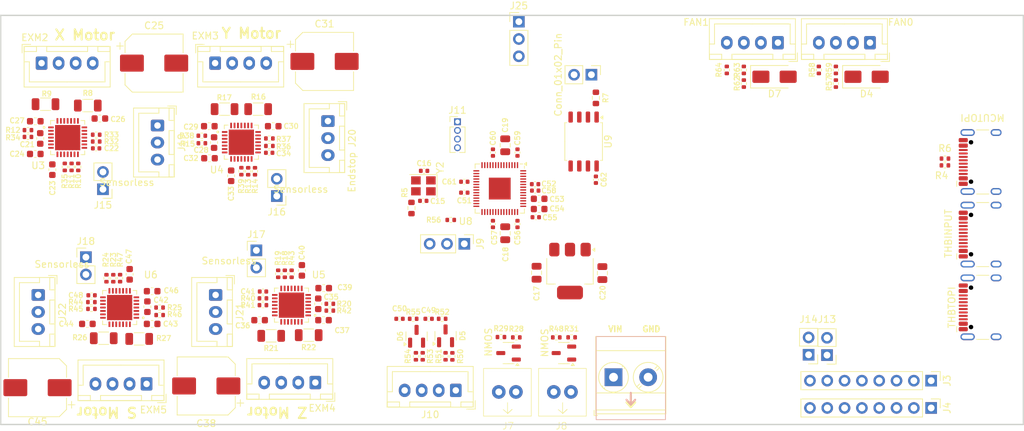
<source format=kicad_pcb>
(kicad_pcb (version 20241229) (generator "pcbnew") (generator_version "9.0")
  (layers (0 "F.Cu" signal) (2 "B.Cu" signal) (13 "F.Paste" user) (15 "B.Paste" user) (5 "F.SilkS" user "F.Silkscreen") (7 "B.SilkS" user "B.Silkscreen") (1 "F.Mask" user) (3 "B.Mask" user) (25 "Edge.Cuts" user))
  (net 0 "")
  (net 1 "Net-(U3-CPO)")
  (net 2 "Net-(U3-CPI)")
  (net 3 "GND")
  (net 4 "+5V")
  (net 5 "+24V")
  (net 6 "Net-(U3-VCP)")
  (net 7 "Net-(U4-CPI)")
  (net 8 "Net-(U4-CPO)")
  (net 9 "Net-(U4-VCP)")
  (net 10 "Net-(U5-CPI)")
  (net 11 "Net-(U5-CPO)")
  (net 12 "Net-(U5-VCP)")
  (net 13 "Net-(U6-CPO)")
  (net 14 "Net-(U6-CPI)")
  (net 15 "Net-(U6-VCP)")
  (net 16 "+3.3VADC")
  (net 17 "Net-(D5-K-Pad3)")
  (net 18 "Net-(D6-K-Pad3)")
  (net 19 "Net-(EXM2-Pin_4)")
  (net 20 "Net-(EXM2-Pin_1)")
  (net 21 "Net-(EXM2-Pin_2)")
  (net 22 "Net-(EXM2-Pin_3)")
  (net 23 "Net-(EXM3-Pin_3)")
  (net 24 "Net-(EXM3-Pin_1)")
  (net 25 "Net-(EXM3-Pin_4)")
  (net 26 "Net-(EXM3-Pin_2)")
  (net 27 "Net-(EXM4-Pin_1)")
  (net 28 "Net-(EXM4-Pin_4)")
  (net 29 "Net-(EXM4-Pin_2)")
  (net 30 "Net-(EXM4-Pin_3)")
  (net 31 "Net-(EXM5-Pin_4)")
  (net 32 "Net-(EXM5-Pin_3)")
  (net 33 "Net-(EXM5-Pin_2)")
  (net 34 "Net-(EXM5-Pin_1)")
  (net 35 "Net-(J7-Pin_2)")
  (net 36 "Net-(J8-Pin_2)")
  (net 37 "Net-(U3-BRA)")
  (net 38 "Net-(U3-BRB)")
  (net 39 "/Motors/UART")
  (net 40 "Net-(U3-CLK)")
  (net 41 "Net-(U3-~{EN})")
  (net 42 "+3V3")
  (net 43 "Net-(U4-CLK)")
  (net 44 "Net-(U4-~{EN})")
  (net 45 "Net-(U4-BRA)")
  (net 46 "Net-(U4-BRB)")
  (net 47 "Net-(U5-CLK)")
  (net 48 "Net-(U5-~{EN})")
  (net 49 "Net-(U5-BRA)")
  (net 50 "Net-(U5-BRB)")
  (net 51 "Net-(U6-CLK)")
  (net 52 "Net-(U6-~{EN})")
  (net 53 "Net-(U6-BRA)")
  (net 54 "Net-(U6-BRB)")
  (net 55 "Net-(U3-STEP)")
  (net 56 "/Motors/MX_STEP")
  (net 57 "Net-(U3-DIR)")
  (net 58 "/Motors/MX_DIR")
  (net 59 "/Motors/MX_EN")
  (net 60 "/Motors/MX_DIAG")
  (net 61 "Net-(J15-Pin_1)")
  (net 62 "Net-(U4-STEP)")
  (net 63 "/Motors/MY_STEP")
  (net 64 "Net-(U4-DIR)")
  (net 65 "/Motors/MY_DIR")
  (net 66 "/Motors/MY_EN")
  (net 67 "/Motors/MY_DIAG")
  (net 68 "Net-(J16-Pin_1)")
  (net 69 "Net-(U5-STEP)")
  (net 70 "/Motors/MZ_STEP")
  (net 71 "/Motors/MZ_DIR")
  (net 72 "Net-(U5-DIR)")
  (net 73 "/Motors/MZ_EN")
  (net 74 "Net-(J17-Pin_1)")
  (net 75 "/Motors/MZ_DIAG")
  (net 76 "Net-(U6-STEP)")
  (net 77 "/Motors/MS_STEP")
  (net 78 "/Motors/MS_DIR")
  (net 79 "Net-(U6-DIR)")
  (net 80 "/Motors/MS_EN")
  (net 81 "/Motors/MS_DIAG")
  (net 82 "Net-(J18-Pin_1)")
  (net 103 "Net-(J10-Pin_1)")
  (net 104 "Net-(J10-Pin_3)")
  (net 105 "Net-(R57-Pad2)")
  (net 106 "Net-(J6-Pin_4)")
  (net 107 "Net-(J6-Pin_3)")
  (net 108 "/fpc/HB_CT")
  (net 109 "/fpc/THM2")
  (net 110 "/fpc/THM1")
  (net 111 "Net-(J4-Pin_1)")
  (net 112 "Net-(J4-Pin_8)")
  (net 113 "Net-(J4-Pin_7)")
  (net 114 "Net-(J4-Pin_2)")
  (net 115 "Net-(J4-Pin_3)")
  (net 116 "Net-(J4-Pin_4)")
  (net 117 "Net-(J4-Pin_6)")
  (net 118 "Net-(J4-Pin_5)")
  (net 119 "GND3")
  (net 120 "Net-(C15-Pad2)")
  (net 121 "/mcu/XIN")
  (net 122 "VBUS")
  (net 123 "+1V1")
  (net 124 "Net-(J11-Pin_2)")
  (net 125 "Net-(J11-Pin_3)")
  (net 126 "Net-(J12-Pin_1)")
  (net 127 "Net-(U8-USB_DP)")
  (net 128 "/mcu/USB_D+")
  (net 129 "/mcu/XOUT")
  (net 130 "/mcu/USB_D-")
  (net 131 "Net-(U8-USB_DM)")
  (net 132 "/mcu/IO_CS")
  (net 133 "Net-(U8-RUN)")
  (net 134 "/mcu/G24")
  (net 135 "/mcu/IO2")
  (net 136 "/mcu/G23")
  (net 137 "/mcu/IO0")
  (net 138 "/mcu/G3")
  (net 139 "/mcu/IO_CLK")
  (net 140 "/mcu/IO1")
  (net 141 "/mcu/G27")
  (net 142 "/mcu/G2")
  (net 143 "/mcu/IO3")
  (net 144 "/mcu/G5")
  (net 145 "/mcu/G1")
  (net 146 "/mcu/GPIO0")
  (net 147 "/mcu/G26")
  (net 148 "/mcu/G25")
  (net 149 "Net-(J13-Pin_1)")
  (net 150 "Net-(J14-Pin_1)")
  (net 151 "/stuff/HE_S")
  (net 152 "/stuff/HB_S")
  (net 153 "Net-(J9-Pin_2)")
  (net 158 "Net-(P2-D-)")
  (net 159 "Net-(P2-CC)")
  (net 160 "Net-(P2-D+)")
  (net 165 "Net-(J15-Pin_2)")
  (net 166 "Net-(J16-Pin_2)")
  (net 167 "Net-(J17-Pin_2)")
  (net 168 "Net-(J18-Pin_2)")
  (net 169 "Net-(J24-Pin_3)")
  (net 170 "Net-(J24-Pin_4)")
  (net 171 "Net-(R62-Pad2)")
  (footprint "Crystal:Crystal_SMD_Abracon_ABM8AIG-4Pin_3.2x2.5mm" (layer "F.Cu") (at 92 55 180)
    (property "Reference" "Y2")
    (property "Value" "ABM8-272-T3" (hide yes))
  )
  (footprint "Resistor_SMD:R_0402_1005Metric" (layer "F.Cu") (at 111.489464 77.225914 180)
    (property "Reference" "R48")
    (property "Value" "20kR" (hide yes))
  )
  (footprint "Connector_JST:JST_XH_B4B-XH-A_1x04_P2.50mm_Vertical" (layer "F.Cu") (at 144 34 180)
    (property "Reference" "J24" (hide yes))
    (property "Value" "FAN1")
  )
  (footprint "Package_TO_SOT_SMD:SOT-23" (layer "F.Cu") (at 95.25 77 90)
    (property "Reference" "D5")
    (property "Value" "BAV99" (hide yes))
  )
  (footprint "Capacitor_SMD:C_0805_2012Metric" (layer "F.Cu") (at 118.25 67.795 90)
    (property "Reference" "C20")
    (property "Value" "10uF" (hide yes))
  )
  (footprint "Capacitor_SMD:C_0603_1608Metric" (layer "F.Cu") (at 69.975 46.25 180)
    (property "Reference" "C30")
    (property "Value" "100nF 50V" (hide yes))
  )
  (footprint "Package_TO_SOT_SMD:SOT-23" (layer "F.Cu") (at 91 77.0625 90)
    (property "Reference" "D6")
    (property "Value" "BAV99" (hide yes))
  )
  (footprint "Connector_PinHeader_2.54mm:PinHeader_1x02_P2.54mm_Vertical" (layer "F.Cu") (at 148.5 79.775 180)
    (property "Reference" "J14")
    (property "Value" "THM1JMP" (hide yes))
  )
  (footprint "Connector_JST:JST_XH_B4B-XH-A_1x04_P2.50mm_Vertical" (layer "F.Cu") (at 61.45 37)
    (property "Reference" "EXM3")
    (property "Value" "Conn_01x04" (hide yes))
  )
  (footprint "Resistor_SMD:R_0402_1005Metric" (layer "F.Cu") (at 168.5 51)
    (property "Reference" "R6")
    (property "Value" "27.4o" (hide yes))
  )
  (footprint "Resistor_SMD:R_0402_1005Metric" (layer "F.Cu") (at 94.75 74.5 180)
    (property "Reference" "R52")
    (property "Value" "2.37kR" (hide yes))
  )
  (footprint "Resistor_SMD:R_0402_1005Metric" (layer "F.Cu") (at 152.5 40 90)
    (property "Reference" "R57")
    (property "Value" "100R" (hide yes))
  )
  (footprint "Resistor_SMD:R_0603_1608Metric" (layer "F.Cu") (at 117.3 42.1 -90)
    (property "Reference" "R7")
    (property "Value" "1ko" (hide yes))
  )
  (footprint "Resistor_SMD:R_0402_1005Metric" (layer "F.Cu") (at 41.375 52.225 90)
    (property "Reference" "R10")
    (property "Value" "20kΩ" (hide yes))
  )
  (footprint "Package_TO_SOT_SMD:SOT-23-3" (layer "F.Cu") (at 104.486964 79.525914 180)
    (property "Reference" "Q1" (hide yes))
    (property "Value" "NMOS")
  )
  (footprint "Connector_JST:JST_XH_B4B-XH-A_1x04_P2.50mm_Vertical" (layer "F.Cu") (at 36 37)
    (property "Reference" "EXM2")
    (property "Value" "Conn_01x04" (hide yes))
  )
  (footprint "Connector_PinHeader_2.54mm:PinHeader_1x08_P2.54mm_Vertical" (layer "F.Cu") (at 166.475 87.575 -90)
    (property "Reference" "J4")
    (property "Value" "FPC1" (hide yes))
  )
  (footprint "Connector_PinHeader_2.54mm:PinHeader_1x03_P2.54mm_Vertical" (layer "F.Cu") (at 106 30.92)
    (property "Reference" "J25")
    (property "Value" "SPR_IO")
  )
  (footprint "Resistor_SMD:R_0402_1005Metric" (layer "F.Cu") (at 139 38 -90)
    (property "Reference" "R63")
    (property "Value" "100R" (hide yes))
  )
  (footprint "Resistor_SMD:R_0603_1608Metric" (layer "F.Cu") (at 90.25 58.25 -90)
    (property "Reference" "R5")
    (property "Value" "1k" (hide yes))
  )
  (footprint "Capacitor_SMD:C_0603_1608Metric" (layer "F.Cu") (at 61.3 48.65 90)
    (property "Reference" "C28")
    (property "Value" "22nF 50V" (hide yes))
  )
  (footprint "Resistor_SMD:R_1206_3216Metric" (layer "F.Cu") (at 36.575 43.025 180)
    (property "Reference" "R9")
    (property "Value" "100mΩ" (hide yes))
  )
  (footprint "Resistor_SMD:R_0402_1005Metric" (layer "F.Cu") (at 113.739464 77.215914)
    (property "Reference" "R31")
    (property "Value" "10R" (hide yes))
  )
  (footprint "Capacitor_SMD:C_0402_1005Metric" (layer "F.Cu") (at 92.77 74.5 180)
    (property "Reference" "C49")
    (property "Value" "100nF" (hide yes))
  )
  (footprint "Connector_PinHeader_2.54mm:PinHeader_1x02_P2.54mm_Vertical" (layer "F.Cu") (at 42.5 65.46)
    (property "Reference" "J18")
    (property "Value" "Sensorless")
  )
  (footprint "Connector_JST:JST_XH_B4B-XH-A_1x04_P2.50mm_Vertical" (layer "F.Cu") (at 157.5 34 180)
    (property "Reference" "J6" (hide yes))
    (property "Value" "FAN0")
  )
  (footprint "Resistor_SMD:R_0402_1005Metric" (layer "F.Cu") (at 69.41 48.05 180)
    (property "Reference" "R37")
    (property "Value" "100o" (hide yes))
  )
  (footprint "Capacitor_SMD:C_0603_1608Metric" (layer "F.Cu") (at 35.075 50.325)
    (property "Reference" "C24")
    (property "Value" "100nF 50V" (hide yes))
  )
  (footprint "Resistor_SMD:R_1206_3216Metric" (layer "F.Cu") (at 69.675 77 180)
    (property "Reference" "R21")
    (property "Value" "100mΩ" (hide yes))
  )
  (footprint "Resistor_SMD:R_0402_1005Metric" (layer "F.Cu") (at 46.515 68.55 -90)
    (property "Reference" "R23")
    (property "Value" "20kΩ" (hide yes))
  )
  (footprint "Capacitor_SMD:C_0402_1005Metric" (layer "F.Cu") (at 68.475 70.5)
    (property "Reference" "C41")
    (property "Value" "100nF" (hide yes))
  )
  (footprint "Resistor_SMD:R_0402_1005Metric" (layer "F.Cu") (at 168.49 52)
    (property "Reference" "R4")
    (property "Value" "27.4o" (hide yes))
  )
  (footprint "Resistor_SMD:R_0402_1005Metric" (layer "F.Cu") (at 66.3 52.86 90)
    (property "Reference" "R13")
    (property "Value" "20kΩ" (hide yes))
  )
  (footprint "Resistor_SMD:R_1206_3216Metric" (layer "F.Cu") (at 42.775 43.225)
    (property "Reference" "R8")
    (property "Value" "100mΩ" (hide yes))
  )
  (footprint "Resistor_SMD:R_0402_1005Metric" (layer "F.Cu") (at 34 46.825)
    (property "Reference" "R12")
    (property "Value" "20kΩ" (hide yes))
  )
  (footprint "Resistor_SMD:R_0402_1005Metric" (layer "F.Cu") (at 139 40 90)
    (property "Reference" "R62")
    (property "Value" "100R" (hide yes))
  )
  (footprint "Connector_JST:JST_XH_B3B-XH-A_1x03_P2.50mm_Vertical" (layer "F.Cu") (at 35.5 71 -90)
    (property "Reference" "J22")
    (property "Value" "Endstop")
  )
  (footprint "Connector_PinHeader_2.54mm:PinHeader_1x02_P2.54mm_Vertical" (layer "F.Cu") (at 70.5 56.5 180)
    (property "Reference" "J16")
    (property "Value" "Sensorless")
  )
  (footprint "Connector_PinHeader_1.27mm:PinHeader_1x04_P1.27mm_Vertical" (layer "F.Cu") (at 97 45.6)
    (property "Reference" "J11")
    (property "Value" "SWD")
  )
  (footprint "Resistor_SMD:R_0402_1005Metric" (layer "F.Cu") (at 136.5 38 90)
    (property "Reference" "R64")
    (property "Value" "20kR" (hide yes))
  )
  (footprint "Resistor_SMD:R_1206_3216Metric" (layer "F.Cu") (at 50.315 77.45)
    (property "Reference" "R27")
    (property "Value" "100mΩ" (hide yes))
  )
  (footprint "Capacitor_SMD:C_0402_1005Metric" (layer "F.Cu") (at 91.98 57.2 180)
    (property "Reference" "C15")
    (property "Value" "15pF" (hide yes))
  )
  (footprint "Capacitor_SMD:C_0603_1608Metric" (layer "F.Cu") (at 52.215 75.25 180)
    (property "Reference" "C43")
    (property "Value" "100nF 50V" (hide yes))
  )
  (footprint "Connector_PinHeader_2.54mm:PinHeader_1x02_P2.54mm_Vertical" (layer "F.Cu") (at 151.2 79.825 180)
    (property "Reference" "J13")
    (property "Value" "THM2JMP" (hide yes))
  )
  (footprint "Capacitor_SMD:C_0805_2012Metric" (layer "F.Cu") (at 104 61.95 -90)
    (property "Reference" "C18")
    (property "Value" "10uF" (hide yes))
  )
  (footprint "Capacitor_SMD:C_0603_1608Metric" (layer "F.Cu") (at 76.575 72.3 -90)
    (property "Reference" "C35")
    (property "Value" "22nF 50V" (hide yes))
  )
  (footprint "Connector_JST:JST_XH_B4B-XH-A_1x04_P2.50mm_Vertical" (layer "F.Cu") (at 51.4 84.05 180)
    (property "Reference" "EXM5")
    (property "Value" "Conn_01x04" (hide yes))
  )
  (footprint "Capacitor_SMD:C_0603_1608Metric" (layer "F.Cu") (at 67.975 74.7)
    (property "Reference" "C36")
    (property "Value" "100nF 50V" (hide yes))
  )
  (footprint "Connector_PinHeader_2.54mm:PinHeader_1x08_P2.54mm_Vertical" (layer "F.Cu") (at 166.475 83.575 -90)
    (property "Reference" "J3")
    (property "Value" "FPC2" (hide yes))
  )
  (footprint "Resistor_SMD:R_1206_3216Metric" (layer "F.Cu") (at 75.175 76.9)
    (property "Reference" "R22")
    (property "Value" "100mΩ" (hide yes))
  )
  (footprint "OpenA1K:1x2 Terminal Block" (layer "F.Cu") (at 119.883104 83.071)
    (property "Reference" "J23" (hide yes))
    (property "Value" "PWR" (hide yes))
  )
  (footprint "Package_TO_SOT_SMD:SOT-23-3" (layer "F.Cu") (at 112.611964 79.525914 180)
    (property "Reference" "Q2" (hide yes))
    (property "Value" "NMOS")
  )
  (footprint "Capacitor_SMD:C_0402_1005Metric" (layer "F.Cu") (at 105.8 50.12 90)
    (property "Reference" "C59")
    (property "Value" "100nF" (hide yes))
  )
  (footprint "Capacitor_SMD:C_0402_1005Metric" (layer "F.Cu") (at 108.48 59.6)
    (property "Reference" "C55")
    (property "Value" "100nF" (hide yes))
  )
  (footprint "Resistor_SMD:R_0402_1005Metric" (layer "F.Cu") (at 68.465 71.5)
    (property "Reference" "R40")
    (property "Value" "100o" (hide yes))
  )
  (footprint "Resistor_SMD:R_0402_1005Metric" (layer "F.Cu") (at 103.376964 77.175914 180)
    (property "Reference" "R29")
    (property "Value" "20kR" (hide yes))
  )
  (footprint "Capacitor_SMD:CP_Elec_8x10" (layer "F.Cu") (at 52.5 37)
    (property "Reference" "C25")
    (property "Value" "100uF" (hide yes))
  )
  (footprint "Connector_JST:JST_XH_B4B-XH-A_1x04_P2.50mm_Vertical" (layer "F.Cu") (at 96.75 85 180)
    (property "Reference" "J10")
    (property "Value" "BedTherms")
  )
  (footprint "Capacitor_SMD:C_0603_1608Metric" (layer "F.Cu") (at 44.55 45.125 180)
    (property "Reference" "C26")
    (property "Value" "100nF 50V" (hide yes))
  )
  (footprint "Resistor_SMD:R_0402_1005Metric" (layer "F.Cu") (at 53.305 72.85 180)
    (property "Reference" "R25")
    (property "Value" "20kΩ" (hide yes))
  )
  (footprint "Capacitor_SMD:C_0402_1005Metric" (layer "F.Cu") (at 108.4 55.7)
    (property "Reference" "C58")
    (property "Value" "100nF" (hide yes))
  )
  (footprint "OpenA1K:ScrewTerminal 7mm x 7mm" (layer "F.Cu") (at 104.428104 85.5)
    (property "Reference" "J7")
    (property "Value" "HE" (hide yes))
  )
  (footprint "Capacitor_SMD:C_0603_1608Metric" (layer "F.Cu") (at 74.175 67.4 -90)
    (property "Reference" "C40")
    (property "Value" "4.7uF" (hide yes))
  )
  (footprint "Resistor_SMD:R_0402_1005Metric" (layer "F.Cu") (at 105.626964 77.225914)
    (property "Reference" "R28")
    (property "Value" "10R" (hide yes))
  )
  (footprint "Resistor_SMD:R_0402_1005Metric" (layer "F.Cu") (at 78.275 73.3 180)
    (property "Reference" "R42")
    (property "Value" "100o" (hide yes))
  )
  (footprint "Connector_PinHeader_2.54mm:PinHeader_1x02_P2.54mm_Vertical" (layer "F.Cu") (at 116.64 38.7 -90)
    (property "Reference" "J12" (hide yes))
    (property "Value" "Conn_01x02_Pin")
  )
  (footprint "Capacitor_SMD:C_0603_1608Metric" (layer "F.Cu") (at 42.715 75.25)
    (property "Reference" "C44")
    (property "Value" "100nF 50V" (hide yes))
  )
  (footprint "Resistor_SMD:R_0402_1005Metric" (layer "F.Cu") (at 59.5 47.65)
    (property "Reference" "R38")
    (property "Value" "100o" (hide yes))
  )
  (footprint "Capacitor_SMD:C_0402_1005Metric" (layer "F.Cu") (at 98 56 180)
    (property "Reference" "C51")
    (property "Value" "100nF" (hide yes))
  )
  (footprint "Capacitor_SMD:C_0603_1608Metric" (layer "F.Cu") (at 37.575 52.625 90)
    (property "Reference" "C23")
    (property "Value" "4.7uF" (hide yes))
  )
  (footprint "A1_MB_V2:TMC2209-LA" (layer "F.Cu") (at 47.45 72.85 180)
    (property "Reference" "U6")
    (property "Value" "TMC2209-LA" (hide yes))
  )
  (footprint "Resistor_SMD:R_1206_3216Metric" (layer "F.Cu") (at 45.115 77.35 180)
    (property "Reference" "R26")
    (property "Value" "100mΩ" (hide yes))
  )
  (footprint "Resistor_SMD:R_0402_1005Metric" (layer "F.Cu") (at 69.41 49.15 180)
    (property "Reference" "R36")
    (property "Value" "100o" (hide yes))
  )
  (footprint "A1_MB_V2:TMC2209-LA" (layer "F.Cu") (at 65.3 48.6)
    (property "Reference" "U4")
    (property "Value" "TMC2209-LA" (hide yes))
  )
  (footprint "Capacitor_SMD:C_0805_2012Metric" (layer "F.Cu") (at 108.6 67.745 -90)
    (property "Reference" "C17")
    (property "Value" "10uF" (hide yes))
  )
  (footprint "Package_TO_SOT_SMD:SOT-223-3_TabPin2" (layer "F.Cu") (at 113.5 67.5 -90)
    (property "Reference" "U7" (hide yes))
    (property "Value" "NCP1117-1.5_SOT223" (hide yes))
  )
  (footprint "Capacitor_SMD:C_0402_1005Metric" (layer "F.Cu") (at 43.335 71.05)
    (property "Reference" "C48")
    (property "Value" "100nF" (hide yes))
  )
  (footprint "Capacitor_SMD:C_0603_1608Metric" (layer "F.Cu") (at 48.915 67.975 -90)
    (property "Reference" "C47")
    (property "Value" "4.7uF" (hide yes))
  )
  (footprint "Diode_SMD:D_SMA" (layer "F.Cu") (at 143.5 39)
    (property "Reference" "D7")
    (property "Value" "D" (hide yes))
  )
  (footprint "Connector_JST:JST_XH_B3B-XH-A_1x03_P2.50mm_Vertical" (layer "F.Cu") (at 78 45.5 -90)
    (property "Reference" "J20")
    (property "Value" "Endstop")
  )
  (footprint "Resistor_SMD:R_0402_1005Metric" (layer "F.Cu") (at 70.7 67.9 -90)
    (property "Reference" "R19")
    (property "Value" "20kΩ" (hide yes))
  )
  (footprint "Connector_PinHeader_2.54mm:PinHeader_1x02_P2.54mm_Vertical" (layer "F.Cu") (at 67.5 64.46)
    (property "Reference" "J17")
    (property "Value" "Sensorless")
  )
  (footprint "Resistor_SMD:R_0402_1005Metric" (layer "F.Cu") (at 45.515 68.55 -90)
    (property "Reference" "R24")
    (property "Value" "20kΩ" (hide yes))
  )
  (footprint "Capacitor_SMD:C_0603_1608Metric" (layer "F.Cu") (at 108.975 56.9)
    (property "Reference" "C53")
    (property "Value" "1uF" (hide yes))
  )
  (footprint "Resistor_SMD:R_0402_1005Metric" (layer "F.Cu") (at 95.25 80 90)
    (property "Reference" "R51")
    (property "Value" "2.37kR" (hide yes))
  )
  (footprint "Resistor_SMD:R_0402_1005Metric" (layer "F.Cu") (at 72.675 67.9 90)
    (property "Reference" "R43")
    (property "Value" "100o" (hide yes))
  )
  (footprint "Capacitor_SMD:C_0402_1005Metric" (layer "F.Cu") (at 69.38 50.15 180)
    (property "Reference" "C34")
    (property "Value" "100nF" (hide yes))
  )
  (footprint "Resistor_SMD:R_0402_1005Metric" (layer "F.Cu") (at 90.9 80 90)
    (property "Reference" "R54")
    (property "Value" "2.37kR" (hide yes))
  )
  (footprint "Connector_USB:USB_C_Receptacle_HCTL_HC-TYPE-C-16P-01A" (layer "F.Cu") (at 174.925 62.15 90)
    (property "Reference" "P2" (hide yes))
    (property "Value" "THBINPUT")
  )
  (footprint "Resistor_SMD:R_0402_1005Metric" (layer "F.Cu") (at 150 38 90)
    (property "Reference" "R58")
    (property "Value" "20kR" (hide yes))
  )
  (footprint "Capacitor_SMD:C_0402_1005Metric" (layer "F.Cu") (at 88.5 74.5 180)
    (property "Reference" "C50")
    (property "Value" "100nF" (hide yes))
  )
  (footprint "Connector_JST:JST_XH_B4B-XH-A_1x04_P2.50mm_Vertical" (layer "F.Cu") (at 76.15 83.85 180)
    (property "Reference" "EXM4")
    (property "Value" "Conn_01x04" (hide yes))
  )
  (footprint "A1_MB_V2:TMC2209-LA" (layer "F.Cu") (at 72.65 72.5 180)
    (property "Reference" "U5")
    (property "Value" "TMC2209-LA" (hide yes))
  )
  (footprint "Capacitor_SMD:C_0603_1608Metric" (layer "F.Cu") (at 51.515 72.725 -90)
    (property "Reference" "C42")
    (property "Value" "22nF 50V" (hide yes))
  )
  (footprint "Resistor_SMD:R_0402_1005Metric" (layer "F.Cu") (at 71.675 67.9 -90)
    (property "Reference" "R18")
    (property "Value" "20kΩ" (hide yes))
  )
  (footprint "Resistor_SMD:R_1206_3216Metric" (layer "F.Cu") (at 62.8375 43.75 180)
    (property "Reference" "R17")
    (property "Value" "100mΩ" (hide yes))
  )
  (footprint "Resistor_SMD:R_0402_1005Metric" (layer "F.Cu") (at 59.51 48.75)
    (property "Reference" "R15")
    (property "Value" "20kΩ" (hide yes))
  )
  (footprint "Connector_PinHeader_2.54mm:PinHeader_1x02_P2.54mm_Vertical" (layer "F.Cu") (at 45 55.5 180)
    (property "Reference" "J15")
    (property "Value" "Sensorless")
  )
  (footprint "Resistor_SMD:R_0402_1005Metric" (layer "F.Cu") (at 152.5 38 90)
    (property "Reference" "R59")
    (property "Value" "100R" (hide yes))
  )
  (footprint "Package_SO:SOIC-8_5.3x5.3mm_P1.27mm" (layer "F.Cu") (at 115.5 48.5 -90)
    (property "Reference" "U9")
    (property "Value" "W25Q128JVS" (hide yes))
  )
  (footprint "OpenA1K:ScrewTerminal 7mm x 7mm" (layer "F.Cu") (at 112.5 85.5)
    (property "Reference" "J8")
    (property "Value" "HB" (hide yes))
  )
  (footprint "Resistor_SMD:R_0402_1005Metric" (layer "F.Cu") (at 34 47.825)
    (property "Reference" "R34")
    (property "Value" "100o" (hide yes))
  )
  (footprint "Resistor_SMD:R_0402_1005Metric" (layer "F.Cu") (at 43.305 72.05)
    (property "Reference" "R44")
    (property "Value" "100o" (hide yes))
  )
  (footprint "Capacitor_SMD:C_0603_1608Metric" (layer "F.Cu") (at 63.8 53.525 90)
    (property "Reference" "C33")
    (property "Value" "4.7uF" (hide yes))
  )
  (footprint "Resistor_SMD:R_0402_1005Metric" (layer "F.Cu") (at 96.01 60)
    (property "Reference" "R56")
    (property "Value" "10k" (hide yes))
  )
  (footprint "Resistor_SMD:R_0402_1005Metric" (layer "F.Cu") (at 78.275 72.3 180)
    (property "Reference" "R20")
    (property "Value" "20kΩ" (hide yes))
  )
  (footprint "Diode_SMD:D_SMA" (layer "F.Cu") (at 157 39)
    (property "Reference" "D4")
    (property "Value" "D" (hide yes))
  )
  (footprint "Resistor_SMD:R_0402_1005Metric" (layer "F.Cu") (at 65.3 52.85 -90)
    (property "Reference" "R39")
    (property "Value" "100o" (hide yes))
  )
  (footprint "Capacitor_SMD:C_0603_1608Metric" (layer "F.Cu") (at 35.075 45.525)
    (property "Reference" "C27")
    (property "Value" "100nF 50V" (hide yes))
  )
  (footprint "Capacitor_SMD:C_0603_1608Metric" (layer "F.Cu") (at 60.6 46.25)
    (property "Reference" "C29")
    (property "Value" "100nF 50V" (hide yes))
  )
  (footprint "Capacitor_SMD:C_0402_1005Metric" (layer "F.Cu") (at 92.1 52.8)
    (property "Reference" "C16")
    (property "Value" "15pF" (hide yes))
  )
  (footprint "Capacitor_SMD:C_0402_1005Metric" (layer "F.Cu") (at 102.2 60.6 -90)
    (property "Reference" "C57")
    (property "Value" "100nF" (hide yes))
  )
  (footprint "Resistor_SMD:R_0402_1005Metric" (layer "F.Cu") (at 96.25 80.01 -90)
    (property "Reference" "R50")
    (property "Value" "4.7kR" (hide yes))
  )
  (footprint "Capacitor_SMD:C_0603_1608Metric" (layer "F.Cu") (at 108.975 58.4)
    (property "Reference" "C54")
    (property "Value" "1uF" (hide yes))
  )
  (footprint "Resistor_SMD:R_1206_3216Metric" (layer "F.Cu") (at 67.7625 43.75)
    (property "Reference" "R16")
    (property "Value" "100mΩ" (hide yes))
  )
  (footprint "Resistor_SMD:R_0402_1005Metric" (layer "F.Cu") (at 47.515 68.54 90)
    (property "Reference" "R47")
    (property "Value" "100o" (hide yes))
  )
  (footprint "Connector_JST:JST_XH_B3B-XH-A_1x03_P2.50mm_Vertical" (layer "F.Cu") (at 61.525 71 -90)
    (property "Reference" "J21")
    (property "Value" "Endstop")
  )
  (footprint "Resistor_SMD:R_0402_1005Metric" (layer "F.Cu") (at 44.01 47.5)
    (property "Reference" "R33")
    (property "Value" "100o" (hide yes))
  )
  (footprint "Capacitor_SMD:C_0603_1608Metric" (layer "F.Cu") (at 52.215 70.45 180)
    (property "Reference" "C46")
    (property "Value" "100nF 50V" (hide yes))
  )
  (footprint "Resistor_SMD:R_0402_1005Metric" (layer "F.Cu") (at 67.3 52.86 90)
    (property "Reference" "R14")
    (property "Value" "20kΩ" (hide yes))
  )
  (footprint "Capacitor_SMD:C_0402_1005Metric" (layer "F.Cu") (at 98 54.4 180)
    (property "Reference" "C61")
    (property "Value" "100nF" (hide yes))
  )
  (footprint "Capacitor_SMD:C_0402_1005Metric" (layer "F.Cu") (at 105.8 60.6 -90)
    (property "Reference" "C56")
    (property "Value" "100nF" (hide yes))
  )
  (footprint "Capacitor_SMD:C_0603_1608Metric" (layer "F.Cu") (at 77.35 74.7 180)
    (property "Reference" "C37")
    (property "Value" "100nF 50V" (hide yes))
  )
  (footprint "Connector_PinHeader_2.54mm:PinHeader_1x03_P2.54mm_Vertical" (layer "F.Cu") (at 98 63.5 -90)
    (property "Reference" "J9")
    (property "Value" "Conn_01x03_Pin" (hide yes))
  )
  (footprint "Resistor_SMD:R_0402_1005Metric" (layer "F.Cu") (at 68.465 72.5)
    (property "Reference" "R41")
    (property "Value" "100o" (hide yes))
  )
  (footprint "Capacitor_SMD:C_0603_1608Metric" (layer "F.Cu") (at 35.8 48.05 90)
    (property "Reference" "C21")
    (property "Value" "22nF 50V" (hide yes))
  )
  (footprint "Connector_USB:USB_C_Receptacle_HCTL_HC-TYPE-C-16P-01A" (layer "F.Cu") (at 174.925 51.5 90)
    (property "Reference" "P1" (hide yes))
    (property "Value" "MCUTOPI")
  )
  (footprint "Connector_JST:JST_XH_B3B-XH-A_1x03_P2.50mm_Vertical" (layer "F.Cu") (at 53 46.15 -90)
    (property "Reference" "J19")
    (property "Value" "Endstop")
  )
  (footprint "Capacitor_SMD:C_0603_1608Metric" (layer "F.Cu") (at 60.625 50.95)
    (property "Reference" "C32")
    (property "Value" "100nF 50V" (hide yes))
  )
  (footprint "Resistor_SMD:R_0402_1005Metric" (layer "F.Cu") (at 39.4 52.225 -90)
    (property "Reference" "R35")
    (property "Value" "100o" (hide yes))
  )
  (footprint "A1_MB_V2:TMC2209-LA" (layer "F.Cu") (at 39.825 47.925)
    (property "Reference" "U3")
    (property "Value" "TMC2209-LA" (hide yes))
  )
  (footprint "Resistor_SMD:R_0402_1005Metric" (layer "F.Cu") (at 44.01 48.5)
    (property "Reference" "R32")
    (property "Value" "100o" (hide yes))
  )
  (footprint "Resistor_SMD:R_0402_1005Metric" (layer "F.Cu") (at 90.5 74.5 180)
    (property "Reference" "R55")
    (property "Value" "2.37kR" (hide yes))
  )
  (footprint "Capacitor_SMD:C_0402_1005Metric" (layer "F.Cu") (at 117.3 54.1 -90)
    (property "Reference" "C62")
    (property "Value" "100nF" (hide yes))
  )
  (footprint "Capacitor_SMD:C_0402_1005Metric" (layer "F.Cu") (at 102.2 50.12 90)
    (property "Reference" "C60")
    (property "Value" "100nF" (hide yes))
  )
  (footprint "Capacitor_SMD:C_0603_1608Metric" (layer "F.Cu") (at 77.375 70 180)
    (property "Reference" "C39")
    (property "Value" "100nF 50V" (hide yes))
  )
  (footprint "Connector_USB:USB_C_Receptacle_HCTL_HC-TYPE-C-16P-01A" (layer "F.Cu") (at 174.925 72.82 90)
    (property "Reference" "P3" (hide yes))
    (property "Value" "THBTOPI")
  )
  (footprint "Capacitor_SMD:CP_Elec_8x10" (layer "F.Cu") (at 77.5 36.75)
    (property "Reference" "C31")
    (property "Value" "100uF" (hide yes))
  )
  (footprint "Resistor_SMD:R_0402_1005Metric" (layer "F.Cu") (at 91.9 80 -90)
    (property "Reference" "R53")
    (property "Value" "4.7kR" (hide yes))
  )
  (footprint "Package_DFN_QFN:QFN-56-1EP_7x7mm_P0.4mm_EP3.2x3.2mm" (layer "F.Cu") (at 103.2 55.4 -90)
    (property "Reference" "U8")
    (property "Value" "RP2040" (hide yes))
  )
  (footprint "Resistor_SMD:R_0402_1005Metric" (layer "F.Cu") (at 43.315 73.05)
    (property "Reference" "R45")
    (property "Value" "100o" (hide yes))
  )
  (footprint "Capacitor_SMD:CP_Elec_8x10" (layer "F.Cu") (at 60.15 84.35 180)
    (property "Reference" "C38")
    (property "Value" "100uF" (hide yes))
  )
  (footprint "Capacitor_SMD:C_0805_2012Metric" (layer "F.Cu") (at 104 49.05 90)
    (property "Reference" "C19")
    (property "Value" "10uF" (hide yes))
  )
  (footprint "Resistor_SMD:R_0402_1005Metric" (layer "F.Cu") (at 53.315 73.95 180)
    (property "Reference" "R46")
    (property "Value" "100o" (hide yes))
  )
  (footprint "Resistor_SMD:R_0402_1005Metric" (layer "F.Cu") (at 40.4 52.225 90)
    (property "Reference" "R11")
    (property "Value" "20kΩ" (hide yes))
  )
  (footprint "Capacitor_SMD:CP_Elec_8x10" (layer "F.Cu") (at 35.4 84.6 180)
    (property "Reference" "C45")
    (property "Value" "100uF" (hide yes))
  )
  (footprint "Capacitor_SMD:C_0402_1005Metric" (layer "F.Cu") (at 44 49.5 180)
    (property "Reference" "C22")
    (property "Value" "100nF" (hide yes))
  )
  (footprint "Capacitor_SMD:C_0402_1005Metric" (layer "F.Cu") (at 108.38 54.75)
    (property "Reference" "C52")
    (property "Value" "100nF" (hide yes))
  )
  (gr_rect (start 30 30) (end 180 90) (stroke (width 0.2)) (fill no) (layer "Edge.Cuts"))
  (gr_text "X Motor" (at 37.75 33.75 0) (layer "F.SilkS") (effects (font (size 1.5 1.5) (thickness 0.3) (bold yes)) (justify left bottom)))
  (gr_text "S Motor" (at 50.15 87.35 180) (layer "F.SilkS") (effects (font (size 1.5 1.5) (thickness 0.3) (bold yes)) (justify left bottom)))
  (gr_text "Z Motor" (at 75.15 87.35 180) (layer "F.SilkS") (effects (font (size 1.5 1.5) (thickness 0.3) (bold yes)) (justify left bottom)))
  (gr_text "Y Motor" (at 62.25 33.5 0) (layer "F.SilkS") (effects (font (size 1.5 1.5) (thickness 0.3) (bold yes)) (justify left bottom)))
)
</source>
